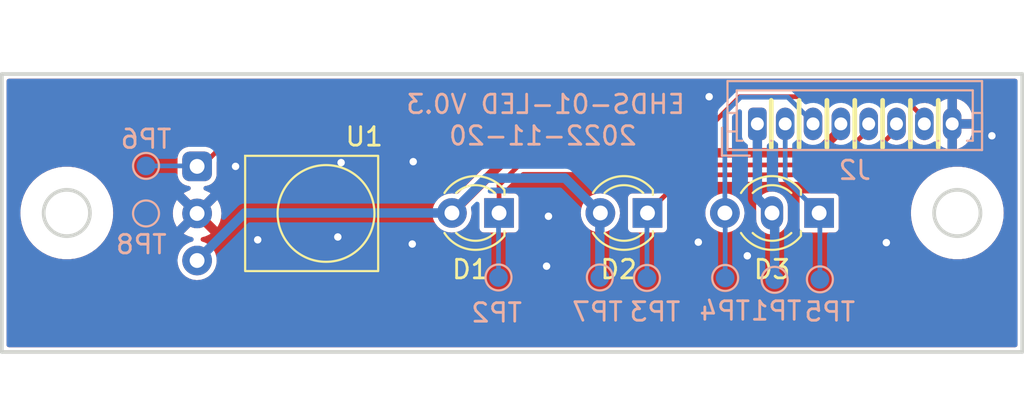
<source format=kicad_pcb>
(kicad_pcb (version 20221018) (generator pcbnew)
  (title_block (title "EHDS-01-Led") (date "2024-01-18") (rev "V0.3") (company "Ovobot") (comment 1 "EHDS-01 Led副板，55x15x1.0mm ，FR4，2层，绿油白字，无铅喷锡"))
  (layers (0 "F.Cu" signal) (31 "B.Cu" signal) (34 "B.Paste" user) (35 "F.Paste" user) (36 "B.SilkS" user "B.Silkscreen") (37 "F.SilkS" user "F.Silkscreen") (38 "B.Mask" user) (39 "F.Mask" user) (44 "Edge.Cuts" user))
  (net 0 "")
  (net 1 "+3V3")
  (net 2 "GND")
  (net 3 "/IR_OUT")
  (net 4 "/LED_RED")
  (net 5 "/LED_BLUE")
  (net 6 "/CHG_DONE_LED")
  (net 7 "/CHG_ON_LED")
  (net 8 "+24V")
  (footprint "Ovo_LED_THT:LED_D3.0mm-3" (layer "F.Cu") (at 174.254 82.4992 180)
    (fp_text reference "D3" (at 2.54 -3.048 unlocked) (layer "F.SilkS"))
    (fp_text value "LED_Dual_KAK_YELLOW_GREEN")
    (fp_line (start 0.98 -1.236) (end 0.98 -0.98) (stroke (width 0.12)) (layer "F.SilkS"))
    (fp_line (start 0.98 0.98) (end 0.98 1.236) (stroke (width 0.12)) (layer "F.SilkS"))
    (fp_arc (start 0.98 -1.235516) (mid 2.636487 -1.987659) (end 4.212335 -1.078608) (stroke (width 0.12)) (layer "F.SilkS"))
    (fp_arc (start 1.499039 -1.08) (mid 2.540117 -1.5) (end 3.58113 -1.079837) (stroke (width 0.12)) (layer "F.SilkS"))
    (fp_arc (start 3.58113 1.079837) (mid 2.540117 1.5) (end 1.499039 1.08) (stroke (width 0.12)) (layer "F.SilkS"))
    (fp_arc (start 4.212335 1.078608) (mid 2.636487 1.987659) (end 0.98 1.235516) (stroke (width 0.12)) (layer "F.SilkS"))
    (pad "1" thru_hole rect (at 0 0 180) (size 1.6 1.6) (drill 0.8) (layers "*.Cu" "*.Mask") (net 7 "/CHG_ON_LED"))
    (pad "2" thru_hole oval (at 2.54 0 180) (size 1.2 1.8) (drill 0.8) (layers "*.Cu" "B.Mask") (net 8 "+24V"))
    (pad "3" thru_hole circle (at 5.08 0 180) (size 1.6 1.6) (drill 0.8) (layers "*.Cu" "*.Mask") (net 6 "/CHG_DONE_LED"))
  )
  (footprint "Ovo_OptoDevice:Everlight_IRM-3640CF45" (layer "F.Cu") (at 147.6756 82.5246)
    (fp_text reference "U1" (at 2.0574 -4.1402 unlocked) (layer "F.SilkS"))
    (fp_text value "NC/IRM-3640CF45")
    (fp_rect (start -4.36 -3.11) (end 2.81 3.11) (stroke (width 0.12)) (fill none) (layer "F.SilkS"))
    (fp_circle (center 0 0) (end 2.61 0) (stroke (width 0.12)) (fill none) (layer "F.SilkS"))
    (pad "1" thru_hole roundrect (at -6.95 -2.54) (size 1.6 1.6) (drill 0.8) (layers "*.Cu" "*.Mask") (net 3 "/IR_OUT"))
    (pad "2" thru_hole circle (at -6.95 0) (size 1.6 1.6) (drill 0.8) (layers "*.Cu" "*.Mask") (net 2 "GND"))
    (pad "3" thru_hole circle (at -6.95 2.54) (size 1.6 1.6) (drill 0.8) (layers "*.Cu" "*.Mask") (net 1 "+3V3"))
  )
  (footprint "Ovo_LED_THT:LED_D3.0mm" (layer "F.Cu") (at 164.978 82.4992 180)
    (fp_text reference "D2" (at 1.529 -3.048 unlocked) (layer "F.SilkS"))
    (fp_text value "RED")
    (fp_line (start -0.314 -1.236) (end -0.314 -0.98) (stroke (width 0.12)) (layer "F.SilkS"))
    (fp_line (start -0.314 0.98) (end -0.314 1.236) (stroke (width 0.12)) (layer "F.SilkS"))
    (fp_arc (start -0.314 -1.235516) (mid 1.342487 -1.987659) (end 2.918335 -1.078608) (stroke (width 0.12)) (layer "F.SilkS"))
    (fp_arc (start 0.205039 -1.08) (mid 1.246117 -1.5) (end 2.28713 -1.079837) (stroke (width 0.12)) (layer "F.SilkS"))
    (fp_arc (start 2.28713 1.079837) (mid 1.246117 1.5) (end 0.205039 1.08) (stroke (width 0.12)) (layer "F.SilkS"))
    (fp_arc (start 2.918335 1.078608) (mid 1.342487 1.987659) (end -0.314 1.235516) (stroke (width 0.12)) (layer "F.SilkS"))
    (pad "1" thru_hole rect (at -0.024 0 180) (size 1.6 1.6) (drill 0.8) (layers "*.Cu" "*.Mask") (net 4 "/LED_RED"))
    (pad "2" thru_hole circle (at 2.516 0 180) (size 1.6 1.6) (drill 0.8) (layers "*.Cu" "*.Mask") (net 1 "+3V3"))
  )
  (footprint "Ovo_LED_THT:LED_D3.0mm" (layer "F.Cu") (at 156.977 82.4992 180)
    (fp_text reference "D1" (at 1.524 -3.048 unlocked) (layer "F.SilkS"))
    (fp_text value "BLUE")
    (fp_line (start -0.314 -1.236) (end -0.314 -0.98) (stroke (width 0.12)) (layer "F.SilkS"))
    (fp_line (start -0.314 0.98) (end -0.314 1.236) (stroke (width 0.12)) (layer "F.SilkS"))
    (fp_arc (start -0.314 -1.235516) (mid 1.342487 -1.987659) (end 2.918335 -1.078608) (stroke (width 0.12)) (layer "F.SilkS"))
    (fp_arc (start 0.205039 -1.08) (mid 1.246117 -1.5) (end 2.28713 -1.079837) (stroke (width 0.12)) (layer "F.SilkS"))
    (fp_arc (start 2.28713 1.079837) (mid 1.246117 1.5) (end 0.205039 1.08) (stroke (width 0.12)) (layer "F.SilkS"))
    (fp_arc (start 2.918335 1.078608) (mid 1.342487 1.987659) (end -0.314 1.235516) (stroke (width 0.12)) (layer "F.SilkS"))
    (pad "1" thru_hole rect (at -0.024 0 180) (size 1.6 1.6) (drill 0.8) (layers "*.Cu" "*.Mask") (net 5 "/LED_BLUE"))
    (pad "2" thru_hole circle (at 2.516 0 180) (size 1.6 1.6) (drill 0.8) (layers "*.Cu" "*.Mask") (net 1 "+3V3"))
  )
  (footprint "TestPoint:TestPoint_Pad_D1.0mm" (layer "B.Cu") (at 164.973 86.0044 180)
    (fp_text reference "TP3" (at -0.4318 -1.8288) (layer "B.SilkS") (effects (justify mirror)))
    (fp_text value "LED_RED")
    (fp_circle (center 0 0) (end 0 -0.7) (stroke (width 0.12)) (fill none) (layer "B.SilkS"))
    (pad "1" smd circle (at 0 0 180) (size 1 1) (layers "B.Cu" "B.Mask") (net 4 "/LED_RED"))
  )
  (footprint "Ovo_Connector_JST:JST_ZH_B08B-ZR_1x08_P1.50mm_Vertical" (layer "B.Cu") (at 170.9244 77.6914)
    (fp_text reference "J2" (at 5.25 2.5 180) (layer "B.SilkS") (effects (justify mirror)))
    (fp_text value "ZH1.5MM/8A")
    (fp_line (start -1.91 0.21) (end -1.91 1.71) (stroke (width 0.12)) (layer "B.SilkS"))
    (fp_line (start -1.91 1.71) (end -0.41 1.71) (stroke (width 0.12)) (layer "B.SilkS"))
    (fp_line (start -1.61 -2.31) (end 12.11 -2.31) (stroke (width 0.12)) (layer "B.SilkS"))
    (fp_line (start -1.61 -0.59) (end -1.11 -0.59) (stroke (width 0.12)) (layer "B.SilkS"))
    (fp_line (start -1.61 0.41) (end -1.61 -0.59) (stroke (width 0.12)) (layer "B.SilkS"))
    (fp_line (start -1.61 1.41) (end -1.61 -2.31) (stroke (width 0.12)) (layer "B.SilkS"))
    (fp_line (start -1.11 -1.81) (end 11.61 -1.81) (stroke (width 0.12)) (layer "B.SilkS"))
    (fp_line (start -1.11 -0.59) (end -1.11 0.41) (stroke (width 0.12)) (layer "B.SilkS"))
    (fp_line (start -1.11 0.41) (end -1.61 0.41) (stroke (width 0.12)) (layer "B.SilkS"))
    (fp_line (start -1.11 0.91) (end -1.11 -1.81) (stroke (width 0.12)) (layer "B.SilkS"))
    (fp_line (start -0.8 0.91) (end -1.11 0.91) (stroke (width 0.12)) (layer "B.SilkS"))
    (fp_line (start 0.76 0.91) (end 0.74 0.91) (stroke (width 0.12)) (layer "B.SilkS"))
    (fp_line (start 2.26 0.91) (end 2.24 0.91) (stroke (width 0.12)) (layer "B.SilkS"))
    (fp_line (start 3.76 0.91) (end 3.74 0.91) (stroke (width 0.12)) (layer "B.SilkS"))
    (fp_line (start 5.26 0.91) (end 5.24 0.91) (stroke (width 0.12)) (layer "B.SilkS"))
    (fp_line (start 6.76 0.91) (end 6.74 0.91) (stroke (width 0.12)) (layer "B.SilkS"))
    (fp_line (start 8.26 0.91) (end 8.24 0.91) (stroke (width 0.12)) (layer "B.SilkS"))
    (fp_line (start 9.76 0.91) (end 9.74 0.91) (stroke (width 0.12)) (layer "B.SilkS"))
    (fp_line (start 11.61 -1.81) (end 11.61 0.91) (stroke (width 0.12)) (layer "B.SilkS"))
    (fp_line (start 11.61 -0.59) (end 11.61 0.41) (stroke (width 0.12)) (layer "B.SilkS"))
    (fp_line (start 11.61 0.41) (end 12.11 0.41) (stroke (width 0.12)) (layer "B.SilkS"))
    (fp_line (start 11.61 0.91) (end 11.3 0.91) (stroke (width 0.12)) (layer "B.SilkS"))
    (fp_line (start 12.11 -2.31) (end 12.11 1.41) (stroke (width 0.12)) (layer "B.SilkS"))
    (fp_line (start 12.11 -0.59) (end 11.61 -0.59) (stroke (width 0.12)) (layer "B.SilkS"))
    (fp_line (start 12.11 0.41) (end 12.11 -0.59) (stroke (width 0.12)) (layer "B.SilkS"))
    (fp_line (start 12.11 1.41) (end -1.61 1.41) (stroke (width 0.12)) (layer "B.SilkS"))
    (fp_line (start 0.75 1.27) (end 0.75 -1.27) (stroke (width 0.254)) (layer "F.SilkS"))
    (fp_line (start 2.25 1.27) (end 2.25 -1.27) (stroke (width 0.254)) (layer "F.SilkS"))
    (fp_line (start 3.75 1.27) (end 3.75 -1.27) (stroke (width 0.254)) (layer "F.SilkS"))
    (fp_line (start 5.25 1.27) (end 5.25 -1.27) (stroke (width 0.254)) (layer "F.SilkS"))
    (fp_line (start 6.75 1.27) (end 6.75 -1.27) (stroke (width 0.254)) (layer "F.SilkS"))
    (fp_line (start 8.25 1.27) (end 8.25 -1.27) (stroke (width 0.254)) (layer "F.SilkS"))
    (fp_line (start 9.75 1.27) (end 9.75 -1.27) (stroke (width 0.254)) (layer "F.SilkS"))
    (pad "1" thru_hole roundrect (at 0 0) (size 1 1.75) (drill 0.7) (layers "*.Cu" "*.Mask") (net 8 "+24V"))
    (pad "2" thru_hole oval (at 1.5 0) (size 1 1.75) (drill 0.7) (layers "*.Cu" "*.Mask") (net 7 "/CHG_ON_LED"))
    (pad "3" thru_hole oval (at 3 0) (size 1 1.75) (drill 0.7) (layers "*.Cu" "*.Mask") (net 6 "/CHG_DONE_LED"))
    (pad "4" thru_hole oval (at 4.5 0) (size 1 1.75) (drill 0.7) (layers "*.Cu" "*.Mask") (net 1 "+3V3"))
    (pad "5" thru_hole oval (at 6 0) (size 1 1.75) (drill 0.7) (layers "*.Cu" "*.Mask") (net 5 "/LED_BLUE"))
    (pad "6" thru_hole oval (at 7.5 0) (size 1 1.75) (drill 0.7) (layers "*.Cu" "*.Mask") (net 4 "/LED_RED"))
    (pad "7" thru_hole oval (at 9 0) (size 1 1.75) (drill 0.7) (layers "*.Cu" "*.Mask") (net 3 "/IR_OUT"))
    (pad "8" thru_hole oval (at 10.5 0) (size 1 1.75) (drill 0.7) (layers "*.Cu" "*.Mask") (net 2 "GND"))
  )
  (footprint "TestPoint:TestPoint_Pad_D1.0mm" (layer "B.Cu") (at 171.8564 86.106 180)
    (fp_text reference "TP1" (at -0.0762 -1.6764) (layer "B.SilkS") (effects (justify mirror)))
    (fp_text value "+24V")
    (fp_circle (center 0 0) (end 0 -0.7) (stroke (width 0.12)) (fill none) (layer "B.SilkS"))
    (pad "1" smd circle (at 0 0 180) (size 1 1) (layers "B.Cu" "B.Mask") (net 8 "+24V"))
  )
  (footprint "TestPoint:TestPoint_Pad_D1.0mm" (layer "B.Cu") (at 156.972 85.979 180)
    (fp_text reference "TP2" (at 0.1016 -1.905) (layer "B.SilkS") (effects (justify mirror)))
    (fp_text value "LED_BLUE")
    (fp_circle (center 0 0) (end 0 -0.7) (stroke (width 0.12)) (fill none) (layer "B.SilkS"))
    (pad "1" smd circle (at 0 0 180) (size 1 1) (layers "B.Cu" "B.Mask") (net 5 "/LED_BLUE"))
  )
  (footprint "TestPoint:TestPoint_Pad_D1.0mm" (layer "B.Cu") (at 174.2948 86.0806 180)
    (fp_text reference "TP5" (at -0.5334 -1.7526) (layer "B.SilkS") (effects (justify mirror)))
    (fp_text value "CHG_ON_LED")
    (fp_circle (center 0 0) (end 0 -0.7) (stroke (width 0.12)) (fill none) (layer "B.SilkS"))
    (pad "1" smd circle (at 0 0 180) (size 1 1) (layers "B.Cu" "B.Mask") (net 7 "/CHG_ON_LED"))
  )
  (footprint "TestPoint:TestPoint_Pad_D1.0mm" (layer "B.Cu") (at 137.9728 79.9592 180)
    (fp_text reference "TP6" (at 0 1.448) (layer "B.SilkS") (effects (justify mirror)))
    (fp_text value "IR_OUT")
    (fp_circle (center 0 0) (end 0 -0.7) (stroke (width 0.12)) (fill none) (layer "B.SilkS"))
    (pad "1" smd circle (at 0 0 180) (size 1 1) (layers "B.Cu" "B.Mask") (net 3 "/IR_OUT"))
  )
  (footprint "TestPoint:TestPoint_Pad_D1.0mm" (layer "B.Cu") (at 137.9728 82.5246 180)
    (fp_text reference "TP8" (at 0.254 -1.6764) (layer "B.SilkS") (effects (justify mirror)))
    (fp_text value "GND")
    (fp_circle (center 0 0) (end 0 -0.7) (stroke (width 0.12)) (fill none) (layer "B.SilkS"))
    (pad "1" smd circle (at 0 0 180) (size 1 1) (layers "B.Cu" "B.Mask") (net 2 "GND"))
  )
  (footprint "TestPoint:TestPoint_Pad_D1.0mm" (layer "B.Cu") (at 162.433 85.979 180)
    (fp_text reference "TP7" (at 0.127 -1.8542) (layer "B.SilkS") (effects (justify mirror)))
    (fp_text value "3V3")
    (fp_circle (center 0 0) (end 0 -0.7) (stroke (width 0.12)) (fill none) (layer "B.SilkS"))
    (pad "1" smd circle (at 0 0 180) (size 1 1) (layers "B.Cu" "B.Mask") (net 1 "+3V3"))
  )
  (footprint "TestPoint:TestPoint_Pad_D1.0mm" (layer "B.Cu") (at 169.1894 86.0044 180)
    (fp_text reference "TP4" (at 0.0254 -1.778) (layer "B.SilkS") (effects (justify mirror)))
    (fp_text value "CHG_DONE_LED")
    (fp_circle (center 0 0) (end 0 -0.7) (stroke (width 0.12)) (fill none) (layer "B.SilkS"))
    (pad "1" smd circle (at 0 0 180) (size 1 1) (layers "B.Cu" "B.Mask") (net 6 "/CHG_DONE_LED"))
  )
  (gr_line (start 185.202 74.9992) (end 185.202 89.9992) (stroke (width 0.2)) (layer "Edge.Cuts"))
  (gr_line (start 130.202 89.9992) (end 130.202 74.9992) (stroke (width 0.2)) (layer "Edge.Cuts"))
  (gr_line (start 185.202 89.9992) (end 130.202 89.9992) (stroke (width 0.2)) (layer "Edge.Cuts"))
  (gr_circle (center 181.702 82.4992) (end 182.952 82.4992) (stroke (width 0.2)) (fill none) (layer "Edge.Cuts"))
  (gr_line (start 130.202 74.9992) (end 185.202 74.9992) (stroke (width 0.2)) (layer "Edge.Cuts"))
  (gr_circle (center 133.702 82.4992) (end 134.952 82.4992) (stroke (width 0.2)) (fill none) (layer "Edge.Cuts"))
  (gr_text "EHDS-01-LED V0.3" (at 159.512 76.6318) (layer "B.SilkS") (effects (font (size 1 1)) (justify mirror)))
  (gr_text "2022-11-20" (at 159.3596 78.3336) (layer "B.SilkS") (effects (font (size 1 1)) (justify mirror)))
  (segment (start 174.16412 79.25168) (end 157.70852 79.25168) (width 0.508) (layer "F.Cu") (net 1))
  (segment (start 175.4244 77.6914) (end 175.4244 77.9914) (width 0.508) (layer "F.Cu") (net 1))
  (segment (start 175.4244 77.9914) (end 174.16412 79.25168) (width 0.508) (layer "F.Cu") (net 1))
  (segment (start 157.70852 79.25168) (end 154.461 82.4992) (width 0.508) (layer "F.Cu") (net 1))
  (segment (start 162.438 82.4992) (end 160.5584 80.6196) (width 0.508) (layer "B.Cu") (net 1))
  (segment (start 162.433 85.979) (end 162.433 82.5042) (width 0.508) (layer "B.Cu") (net 1))
  (segment (start 156.3166 80.6196) (end 154.437 82.4992) (width 0.508) (layer "B.Cu") (net 1))
  (segment (start 160.5584 80.6196) (end 156.3166 80.6196) (width 0.508) (layer "B.Cu") (net 1))
  (segment (start 162.433 82.5042) (end 162.438 82.4992) (width 0.508) (layer "B.Cu") (net 1))
  (segment (start 154.437 82.4992) (end 143.291 82.4992) (width 0.508) (layer "B.Cu") (net 1))
  (segment (start 143.291 82.4992) (end 140.7256 85.0646) (width 0.508) (layer "B.Cu") (net 1))
  (via (at 148.4884 79.7814) (size 0.8) (drill 0.4) (layers "F.Cu" "B.Cu") (net 2))
  (via (at 159.5628 85.3694) (size 0.8) (drill 0.4) (layers "F.Cu" "B.Cu") (net 2))
  (via (at 177.8762 84.0994) (size 0.8) (drill 0.4) (layers "F.Cu" "B.Cu") (net 2))
  (via (at 168.3258 76.2254) (size 0.8) (drill 0.4) (layers "F.Cu" "B.Cu") (net 2))
  (via (at 170.3832 84.8106) (size 0.8) (drill 0.4) (layers "F.Cu" "B.Cu") (net 2))
  (via (at 183.5658 78.3336) (size 0.8) (drill 0.4) (layers "F.Cu" "B.Cu") (net 2))
  (via (at 142.7988 79.9846) (size 0.8) (drill 0.4) (layers "F.Cu" "B.Cu") (net 2))
  (via (at 152.3746 79.7306) (size 0.8) (drill 0.4) (layers "F.Cu" "B.Cu") (net 2))
  (via (at 159.6644 82.677) (size 0.8) (drill 0.4) (layers "F.Cu" "B.Cu") (net 2))
  (via (at 152.3238 84.1756) (size 0.8) (drill 0.4) (layers "F.Cu" "B.Cu") (net 2))
  (via (at 148.3106 83.7946) (size 0.8) (drill 0.4) (layers "F.Cu" "B.Cu") (net 2))
  (via (at 143.9926 83.947) (size 0.8) (drill 0.4) (layers "F.Cu" "B.Cu") (net 2))
  (via (at 167.7416 84.074) (size 0.8) (drill 0.4) (layers "F.Cu" "B.Cu") (net 2))
  (segment (start 169.9768 76.2254) (end 178.7584 76.2254) (width 0.254) (layer "F.Cu") (net 3))
  (segment (start 167.53104 78.67116) (end 169.9768 76.2254) (width 0.254) (layer "F.Cu") (net 3))
  (segment (start 140.97 79.9846) (end 142.28344 78.67116) (width 0.254) (layer "F.Cu") (net 3))
  (segment (start 142.28344 78.67116) (end 167.53104 78.67116) (width 0.254) (layer "F.Cu") (net 3))
  (segment (start 178.7584 76.2254) (end 179.9244 77.3914) (width 0.254) (layer "F.Cu") (net 3))
  (segment (start 140.7256 79.9846) (end 140.97 79.9846) (width 0.254) (layer "F.Cu") (net 3))
  (segment (start 179.9244 77.3914) (end 179.9244 77.6914) (width 0.254) (layer "F.Cu") (net 3))
  (segment (start 137.9728 79.9592) (end 140.7002 79.9592) (width 0.254) (layer "B.Cu") (net 3))
  (segment (start 140.7002 79.9592) (end 140.7256 79.9846) (width 0.254) (layer "B.Cu") (net 3))
  (segment (start 167.0594 80.4418) (end 165.002 82.4992) (width 0.254) (layer "F.Cu") (net 4))
  (segment (start 175.974 80.4418) (end 167.0594 80.4418) (width 0.254) (layer "F.Cu") (net 4))
  (segment (start 178.4244 77.6914) (end 178.4244 77.9914) (width 0.254) (layer "F.Cu") (net 4))
  (segment (start 178.4244 77.9914) (end 175.974 80.4418) (width 0.254) (layer "F.Cu") (net 4))
  (segment (start 164.973 82.5042) (end 164.978 82.4992) (width 0.254) (layer "B.Cu") (net 4))
  (segment (start 164.973 86.0044) (end 164.973 82.5042) (width 0.254) (layer "B.Cu") (net 4))
  (segment (start 175.0074 79.9084) (end 158.0896 79.9084) (width 0.254) (layer "F.Cu") (net 5))
  (segment (start 157.001 80.997) (end 157.001 82.4992) (width 0.254) (layer "F.Cu") (net 5))
  (segment (start 176.9244 77.9914) (end 175.0074 79.9084) (width 0.254) (layer "F.Cu") (net 5))
  (segment (start 176.9244 77.6914) (end 176.9244 77.9914) (width 0.254) (layer "F.Cu") (net 5))
  (segment (start 158.0896 79.9084) (end 157.001 80.997) (width 0.254) (layer "F.Cu") (net 5))
  (segment (start 156.972 82.5042) (end 156.977 82.4992) (width 0.254) (layer "B.Cu") (net 5))
  (segment (start 156.972 85.979) (end 156.972 82.5042) (width 0.254) (layer "B.Cu") (net 5))
  (segment (start 170.0276 76.2508) (end 172.558741 76.2508) (width 0.254) (layer "B.Cu") (net 6))
  (segment (start 169.1894 86.0044) (end 169.1894 82.5146) (width 0.254) (layer "B.Cu") (net 6))
  (segment (start 172.558741 76.2508) (end 173.9244 77.616459) (width 0.254) (layer "B.Cu") (net 6))
  (segment (start 169.174 82.4992) (end 169.174 77.1044) (width 0.254) (layer "B.Cu") (net 6))
  (segment (start 169.1894 82.5146) (end 169.174 82.4992) (width 0.254) (layer "B.Cu") (net 6))
  (segment (start 169.174 77.1044) (end 170.0276 76.2508) (width 0.254) (layer "B.Cu") (net 6))
  (segment (start 173.9244 77.616459) (end 173.9244 77.6914) (width 0.254) (layer "B.Cu") (net 6))
  (segment (start 172.4244 77.6914) (end 172.4244 80.6696) (width 0.254) (layer "B.Cu") (net 7))
  (segment (start 174.2948 82.54) (end 174.254 82.4992) (width 0.254) (layer "B.Cu") (net 7))
  (segment (start 172.4244 80.6696) (end 174.254 82.4992) (width 0.254) (layer "B.Cu") (net 7))
  (segment (start 174.2948 86.0806) (end 174.2948 82.54) (width 0.254) (layer "B.Cu") (net 7))
  (segment (start 171.8564 82.6416) (end 171.714 82.4992) (width 0.508) (layer "B.Cu") (net 8))
  (segment (start 171.8564 86.106) (end 171.8564 82.6416) (width 0.508) (layer "B.Cu") (net 8))
  (segment (start 171.714 82.4992) (end 170.9244 81.7096) (width 0.508) (layer "B.Cu") (net 8))
  (segment (start 170.9244 81.7096) (end 170.9244 77.6914) (width 0.508) (layer "B.Cu") (net 8))
  (zone (net 0) (net_name "") (layers "F&B.Cu") (connect_pads (clearance 0)) (min_thickness 0.254)
    (keepout (tracks not_allowed) (vias not_allowed) (pads not_allowed) (copperpour not_allowed) (footprints not_allowed))
    (fill (thermal_gap 0.508) (thermal_bridge_width 0.508))
    (polygon (pts (xy 184.206943 82.4992) (xy 184.187191 82.185247) (xy 184.128246 81.876246) (xy 184.031037 81.577069) (xy 183.897098 81.292435) (xy 183.728541 81.026831) (xy 183.528025 80.784449) (xy 183.298711 80.569108) (xy 183.044216 80.384207) (xy 182.768553 80.23266) (xy 182.47607 80.116858) (xy 182.17138 80.038626) (xy 181.859287 79.9992) (xy 181.544713 79.9992) (xy 181.23262 80.038626) (xy 180.92793 80.116858) (xy 180.635447 80.23266) (xy 180.359784 80.384207) (xy 180.105289 80.569108) (xy 179.875975 80.784449) (xy 179.675459 81.026831) (xy 179.506902 81.292435) (xy 179.372963 81.577069) (xy 179.275754 81.876246) (xy 179.216809 82.185247) (xy 179.197057 82.4992) (xy 179.216809 82.813153) (xy 179.275754 83.122154) (xy 179.372963 83.421331) (xy 179.506902 83.705965) (xy 179.675459 83.971569) (xy 179.875975 84.213951) (xy 180.105289 84.429292) (xy 180.359784 84.614193) (xy 180.635447 84.76574) (xy 180.92793 84.881542) (xy 181.23262 84.959774) (xy 181.544713 84.9992) (xy 181.859287 84.9992) (xy 182.17138 84.959774) (xy 182.47607 84.881542) (xy 182.768553 84.76574) (xy 183.044216 84.614193) (xy 183.298711 84.429292) (xy 183.528025 84.213951) (xy 183.728541 83.971569) (xy 183.897098 83.705965) (xy 184.031037 83.421331) (xy 184.128246 83.122154) (xy 184.187191 82.813153)))
  )
  (zone (net 0) (net_name "") (layers "F&B.Cu") (connect_pads (clearance 0)) (min_thickness 0.254)
    (keepout (tracks not_allowed) (vias not_allowed) (pads not_allowed) (copperpour not_allowed) (footprints not_allowed))
    (fill (thermal_gap 0.508) (thermal_bridge_width 0.508))
    (polygon (pts (xy 136.206943 82.4992) (xy 136.187191 82.185247) (xy 136.128246 81.876246) (xy 136.031037 81.577069) (xy 135.897098 81.292435) (xy 135.728541 81.026831) (xy 135.528025 80.784449) (xy 135.298711 80.569108) (xy 135.044216 80.384207) (xy 134.768553 80.23266) (xy 134.47607 80.116858) (xy 134.17138 80.038626) (xy 133.859287 79.9992) (xy 133.544713 79.9992) (xy 133.23262 80.038626) (xy 132.92793 80.116858) (xy 132.635447 80.23266) (xy 132.359784 80.384207) (xy 132.105289 80.569108) (xy 131.875975 80.784449) (xy 131.675459 81.026831) (xy 131.506902 81.292435) (xy 131.372963 81.577069) (xy 131.275754 81.876246) (xy 131.216809 82.185247) (xy 131.197057 82.4992) (xy 131.216809 82.813153) (xy 131.275754 83.122154) (xy 131.372963 83.421331) (xy 131.506902 83.705965) (xy 131.675459 83.971569) (xy 131.875975 84.213951) (xy 132.105289 84.429292) (xy 132.359784 84.614193) (xy 132.635447 84.76574) (xy 132.92793 84.881542) (xy 133.23262 84.959774) (xy 133.544713 84.9992) (xy 133.859287 84.9992) (xy 134.17138 84.959774) (xy 134.47607 84.881542) (xy 134.768553 84.76574) (xy 135.044216 84.614193) (xy 135.298711 84.429292) (xy 135.528025 84.213951) (xy 135.728541 83.971569) (xy 135.897098 83.705965) (xy 136.031037 83.421331) (xy 136.128246 83.122154) (xy 136.187191 82.813153)))
  )
  (zone (net 2) (net_name "GND") (layers "F&B.Cu") (connect_pads thru_hole_only (clearance 0.254)) (min_thickness 0.254) (fill yes (thermal_gap 0.508) (thermal_bridge_width 0.508))
    (polygon (pts (xy 185.2168 89.9922) (xy 130.2258 89.9922) (xy 130.2258 74.9808) (xy 185.2168 74.9808)))
  )
)
</source>
